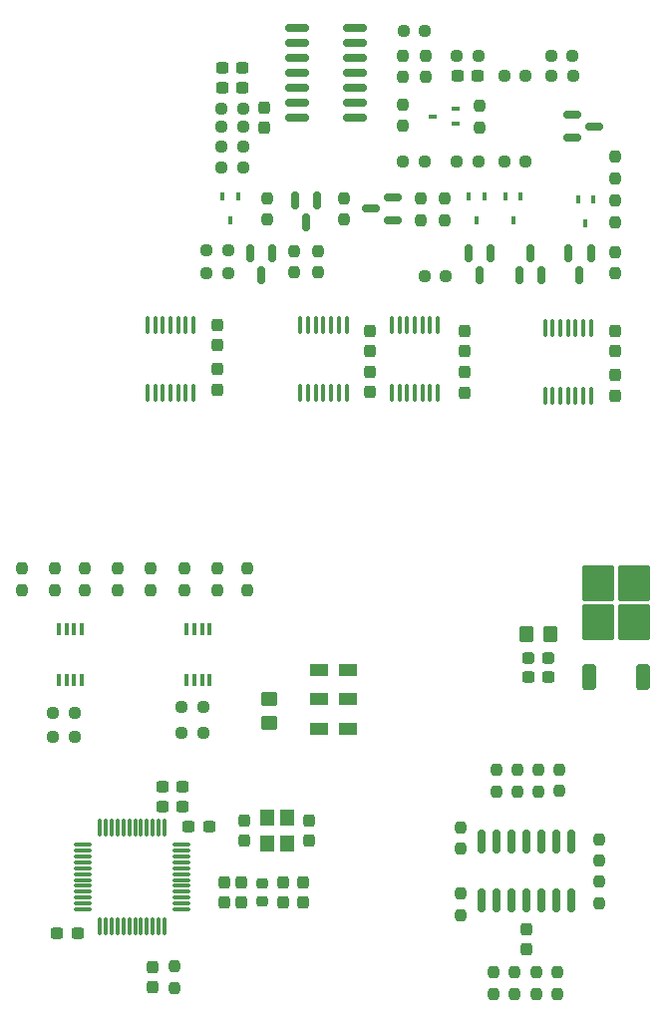
<source format=gbr>
%TF.GenerationSoftware,KiCad,Pcbnew,7.0.9*%
%TF.CreationDate,2024-11-09T18:37:16+13:00*%
%TF.ProjectId,ADSR Envelope,41445352-2045-46e7-9665-6c6f70652e6b,rev?*%
%TF.SameCoordinates,Original*%
%TF.FileFunction,Paste,Bot*%
%TF.FilePolarity,Positive*%
%FSLAX46Y46*%
G04 Gerber Fmt 4.6, Leading zero omitted, Abs format (unit mm)*
G04 Created by KiCad (PCBNEW 7.0.9) date 2024-11-09 18:37:16*
%MOMM*%
%LPD*%
G01*
G04 APERTURE LIST*
G04 Aperture macros list*
%AMRoundRect*
0 Rectangle with rounded corners*
0 $1 Rounding radius*
0 $2 $3 $4 $5 $6 $7 $8 $9 X,Y pos of 4 corners*
0 Add a 4 corners polygon primitive as box body*
4,1,4,$2,$3,$4,$5,$6,$7,$8,$9,$2,$3,0*
0 Add four circle primitives for the rounded corners*
1,1,$1+$1,$2,$3*
1,1,$1+$1,$4,$5*
1,1,$1+$1,$6,$7*
1,1,$1+$1,$8,$9*
0 Add four rect primitives between the rounded corners*
20,1,$1+$1,$2,$3,$4,$5,0*
20,1,$1+$1,$4,$5,$6,$7,0*
20,1,$1+$1,$6,$7,$8,$9,0*
20,1,$1+$1,$8,$9,$2,$3,0*%
G04 Aperture macros list end*
%ADD10RoundRect,0.237500X0.237500X-0.250000X0.237500X0.250000X-0.237500X0.250000X-0.237500X-0.250000X0*%
%ADD11RoundRect,0.237500X0.250000X0.237500X-0.250000X0.237500X-0.250000X-0.237500X0.250000X-0.237500X0*%
%ADD12R,0.450000X0.700000*%
%ADD13RoundRect,0.237500X-0.237500X0.300000X-0.237500X-0.300000X0.237500X-0.300000X0.237500X0.300000X0*%
%ADD14R,1.600000X1.000000*%
%ADD15RoundRect,0.237500X0.237500X-0.300000X0.237500X0.300000X-0.237500X0.300000X-0.237500X-0.300000X0*%
%ADD16RoundRect,0.237500X-0.250000X-0.237500X0.250000X-0.237500X0.250000X0.237500X-0.250000X0.237500X0*%
%ADD17RoundRect,0.150000X0.587500X0.150000X-0.587500X0.150000X-0.587500X-0.150000X0.587500X-0.150000X0*%
%ADD18RoundRect,0.150000X0.150000X-0.587500X0.150000X0.587500X-0.150000X0.587500X-0.150000X-0.587500X0*%
%ADD19RoundRect,0.237500X-0.237500X0.250000X-0.237500X-0.250000X0.237500X-0.250000X0.237500X0.250000X0*%
%ADD20RoundRect,0.250000X0.350000X0.450000X-0.350000X0.450000X-0.350000X-0.450000X0.350000X-0.450000X0*%
%ADD21R,0.700000X0.450000*%
%ADD22RoundRect,0.100000X0.100000X-0.637500X0.100000X0.637500X-0.100000X0.637500X-0.100000X-0.637500X0*%
%ADD23R,0.400000X1.100000*%
%ADD24RoundRect,0.250000X-0.450000X0.350000X-0.450000X-0.350000X0.450000X-0.350000X0.450000X0.350000X0*%
%ADD25RoundRect,0.237500X-0.287500X-0.237500X0.287500X-0.237500X0.287500X0.237500X-0.287500X0.237500X0*%
%ADD26RoundRect,0.237500X-0.300000X-0.237500X0.300000X-0.237500X0.300000X0.237500X-0.300000X0.237500X0*%
%ADD27RoundRect,0.075000X0.662500X0.075000X-0.662500X0.075000X-0.662500X-0.075000X0.662500X-0.075000X0*%
%ADD28RoundRect,0.075000X0.075000X0.662500X-0.075000X0.662500X-0.075000X-0.662500X0.075000X-0.662500X0*%
%ADD29R,1.200000X1.400000*%
%ADD30RoundRect,0.150000X-0.150000X0.587500X-0.150000X-0.587500X0.150000X-0.587500X0.150000X0.587500X0*%
%ADD31RoundRect,0.218750X0.256250X-0.218750X0.256250X0.218750X-0.256250X0.218750X-0.256250X-0.218750X0*%
%ADD32RoundRect,0.237500X0.300000X0.237500X-0.300000X0.237500X-0.300000X-0.237500X0.300000X-0.237500X0*%
%ADD33RoundRect,0.150000X-0.587500X-0.150000X0.587500X-0.150000X0.587500X0.150000X-0.587500X0.150000X0*%
%ADD34RoundRect,0.150000X0.825000X0.150000X-0.825000X0.150000X-0.825000X-0.150000X0.825000X-0.150000X0*%
%ADD35RoundRect,0.250000X0.350000X-0.850000X0.350000X0.850000X-0.350000X0.850000X-0.350000X-0.850000X0*%
%ADD36RoundRect,0.250000X1.125000X-1.275000X1.125000X1.275000X-1.125000X1.275000X-1.125000X-1.275000X0*%
%ADD37RoundRect,0.150000X-0.150000X0.825000X-0.150000X-0.825000X0.150000X-0.825000X0.150000X0.825000X0*%
%ADD38RoundRect,0.237500X0.237500X-0.287500X0.237500X0.287500X-0.237500X0.287500X-0.237500X-0.287500X0*%
G04 APERTURE END LIST*
D10*
%TO.C,R34*%
X153700000Y-115225000D03*
X153700000Y-113400000D03*
%TD*%
D11*
%TO.C,R14*%
X129162500Y-69250000D03*
X127337500Y-69250000D03*
%TD*%
D12*
%TO.C,D2*%
X128700000Y-64750000D03*
X130000000Y-64750000D03*
X129350000Y-66750000D03*
%TD*%
D10*
%TO.C,R49*%
X111600000Y-98112500D03*
X111600000Y-96287500D03*
%TD*%
D12*
%TO.C,D4*%
X152700000Y-64750000D03*
X154000000Y-64750000D03*
X153350000Y-66750000D03*
%TD*%
D13*
%TO.C,C22*%
X128250000Y-79387500D03*
X128250000Y-81112500D03*
%TD*%
D14*
%TO.C,SW2*%
X136900000Y-104900000D03*
X136900000Y-107400000D03*
X136900000Y-109900000D03*
X139300000Y-104900000D03*
X139300000Y-107400000D03*
X139300000Y-109900000D03*
%TD*%
D10*
%TO.C,R48*%
X114400000Y-98112500D03*
X114400000Y-96287500D03*
%TD*%
D15*
%TO.C,C14*%
X135550000Y-124662500D03*
X135550000Y-122937500D03*
%TD*%
D16*
%TO.C,R45*%
X114287500Y-108600000D03*
X116112500Y-108600000D03*
%TD*%
D11*
%TO.C,R28*%
X130412500Y-62250000D03*
X128587500Y-62250000D03*
%TD*%
D10*
%TO.C,R6*%
X150500000Y-58832500D03*
X150500000Y-57007500D03*
%TD*%
D17*
%TO.C,Q4*%
X143125000Y-64800000D03*
X143125000Y-66700000D03*
X141250000Y-65750000D03*
%TD*%
D10*
%TO.C,R54*%
X125400000Y-98112500D03*
X125400000Y-96287500D03*
%TD*%
D13*
%TO.C,C12*%
X162000000Y-79887500D03*
X162000000Y-81612500D03*
%TD*%
D18*
%TO.C,Q7*%
X155750000Y-71437500D03*
X153850000Y-71437500D03*
X154800000Y-69562500D03*
%TD*%
D19*
%TO.C,R33*%
X160700000Y-119287500D03*
X160700000Y-121112500D03*
%TD*%
D15*
%TO.C,C9*%
X130300000Y-124662500D03*
X130300000Y-122937500D03*
%TD*%
D19*
%TO.C,R21*%
X136750000Y-69337500D03*
X136750000Y-71162500D03*
%TD*%
D15*
%TO.C,C23*%
X128250000Y-77362500D03*
X128250000Y-75637500D03*
%TD*%
D11*
%TO.C,R25*%
X130412500Y-58750000D03*
X128587500Y-58750000D03*
%TD*%
D10*
%TO.C,R43*%
X124600000Y-131912500D03*
X124600000Y-130087500D03*
%TD*%
D19*
%TO.C,R19*%
X134750000Y-69337500D03*
X134750000Y-71162500D03*
%TD*%
D11*
%TO.C,R8*%
X154412500Y-54500000D03*
X152587500Y-54500000D03*
%TD*%
D13*
%TO.C,C15*%
X136050000Y-117687500D03*
X136050000Y-119412500D03*
%TD*%
D15*
%TO.C,C16*%
X130550000Y-119412500D03*
X130550000Y-117687500D03*
%TD*%
%TO.C,C10*%
X128800000Y-124662500D03*
X128800000Y-122937500D03*
%TD*%
D10*
%TO.C,R51*%
X117000000Y-98112500D03*
X117000000Y-96287500D03*
%TD*%
D20*
%TO.C,R29*%
X156500000Y-101900000D03*
X154500000Y-101900000D03*
%TD*%
D19*
%TO.C,R20*%
X139000000Y-64837500D03*
X139000000Y-66662500D03*
%TD*%
D21*
%TO.C,D1*%
X148500000Y-57270000D03*
X148500000Y-58570000D03*
X146500000Y-57920000D03*
%TD*%
D22*
%TO.C,U12*%
X139200000Y-81362500D03*
X138550000Y-81362500D03*
X137900000Y-81362500D03*
X137250000Y-81362500D03*
X136600000Y-81362500D03*
X135950000Y-81362500D03*
X135300000Y-81362500D03*
X135300000Y-75637500D03*
X135950000Y-75637500D03*
X136600000Y-75637500D03*
X137250000Y-75637500D03*
X137900000Y-75637500D03*
X138550000Y-75637500D03*
X139200000Y-75637500D03*
%TD*%
D23*
%TO.C,U9*%
X116725000Y-105750000D03*
X116075000Y-105750000D03*
X115425000Y-105750000D03*
X114775000Y-105750000D03*
X114775000Y-101450000D03*
X115425000Y-101450000D03*
X116075000Y-101450000D03*
X116725000Y-101450000D03*
%TD*%
D10*
%TO.C,R50*%
X119800000Y-98112500D03*
X119800000Y-96287500D03*
%TD*%
D11*
%TO.C,R47*%
X127012500Y-108100000D03*
X125187500Y-108100000D03*
%TD*%
D10*
%TO.C,R23*%
X162000000Y-66912500D03*
X162000000Y-65087500D03*
%TD*%
D23*
%TO.C,U10*%
X127575000Y-105750000D03*
X126925000Y-105750000D03*
X126275000Y-105750000D03*
X125625000Y-105750000D03*
X125625000Y-101450000D03*
X126275000Y-101450000D03*
X126925000Y-101450000D03*
X127575000Y-101450000D03*
%TD*%
D15*
%TO.C,C17*%
X154500000Y-128662500D03*
X154500000Y-126937500D03*
%TD*%
D24*
%TO.C,R30*%
X132600000Y-107400000D03*
X132600000Y-109400000D03*
%TD*%
D10*
%TO.C,R39*%
X148900000Y-125712500D03*
X148900000Y-123887500D03*
%TD*%
D15*
%TO.C,C25*%
X141200000Y-77862500D03*
X141200000Y-76137500D03*
%TD*%
D25*
%TO.C,D6*%
X154625000Y-103900000D03*
X156375000Y-103900000D03*
%TD*%
D10*
%TO.C,R32*%
X157300000Y-115200000D03*
X157300000Y-113375000D03*
%TD*%
D19*
%TO.C,R38*%
X151700000Y-130600000D03*
X151700000Y-132425000D03*
%TD*%
D26*
%TO.C,C2*%
X128637500Y-55500000D03*
X130362500Y-55500000D03*
%TD*%
D11*
%TO.C,R12*%
X150412500Y-61750000D03*
X148587500Y-61750000D03*
%TD*%
D27*
%TO.C,U2*%
X125162500Y-119750000D03*
X125162500Y-120250000D03*
X125162500Y-120750000D03*
X125162500Y-121250000D03*
X125162500Y-121750000D03*
X125162500Y-122250000D03*
X125162500Y-122750000D03*
X125162500Y-123250000D03*
X125162500Y-123750000D03*
X125162500Y-124250000D03*
X125162500Y-124750000D03*
X125162500Y-125250000D03*
D28*
X123750000Y-126662500D03*
X123250000Y-126662500D03*
X122750000Y-126662500D03*
X122250000Y-126662500D03*
X121750000Y-126662500D03*
X121250000Y-126662500D03*
X120750000Y-126662500D03*
X120250000Y-126662500D03*
X119750000Y-126662500D03*
X119250000Y-126662500D03*
X118750000Y-126662500D03*
X118250000Y-126662500D03*
D27*
X116837500Y-125250000D03*
X116837500Y-124750000D03*
X116837500Y-124250000D03*
X116837500Y-123750000D03*
X116837500Y-123250000D03*
X116837500Y-122750000D03*
X116837500Y-122250000D03*
X116837500Y-121750000D03*
X116837500Y-121250000D03*
X116837500Y-120750000D03*
X116837500Y-120250000D03*
X116837500Y-119750000D03*
D28*
X118250000Y-118337500D03*
X118750000Y-118337500D03*
X119250000Y-118337500D03*
X119750000Y-118337500D03*
X120250000Y-118337500D03*
X120750000Y-118337500D03*
X121250000Y-118337500D03*
X121750000Y-118337500D03*
X122250000Y-118337500D03*
X122750000Y-118337500D03*
X123250000Y-118337500D03*
X123750000Y-118337500D03*
%TD*%
D15*
%TO.C,C3*%
X132250000Y-58862500D03*
X132250000Y-57137500D03*
%TD*%
D19*
%TO.C,R40*%
X155300000Y-130600000D03*
X155300000Y-132425000D03*
%TD*%
D13*
%TO.C,C24*%
X141200000Y-79611310D03*
X141200000Y-81336310D03*
%TD*%
D19*
%TO.C,R36*%
X148900000Y-118287500D03*
X148900000Y-120112500D03*
%TD*%
D10*
%TO.C,R52*%
X130800000Y-98112500D03*
X130800000Y-96287500D03*
%TD*%
D19*
%TO.C,R2*%
X143950000Y-52757500D03*
X143950000Y-54582500D03*
%TD*%
D11*
%TO.C,R46*%
X127012500Y-110300000D03*
X125187500Y-110300000D03*
%TD*%
D29*
%TO.C,Y1*%
X134150000Y-117450000D03*
X134150000Y-119650000D03*
X132450000Y-119650000D03*
X132450000Y-117450000D03*
%TD*%
D10*
%TO.C,R55*%
X122600000Y-98112500D03*
X122600000Y-96287500D03*
%TD*%
D22*
%TO.C,U5*%
X126200000Y-81362500D03*
X125550000Y-81362500D03*
X124900000Y-81362500D03*
X124250000Y-81362500D03*
X123600000Y-81362500D03*
X122950000Y-81362500D03*
X122300000Y-81362500D03*
X122300000Y-75637500D03*
X122950000Y-75637500D03*
X123600000Y-75637500D03*
X124250000Y-75637500D03*
X124900000Y-75637500D03*
X125550000Y-75637500D03*
X126200000Y-75637500D03*
%TD*%
D30*
%TO.C,Q1*%
X158050000Y-69562500D03*
X159950000Y-69562500D03*
X159000000Y-71437500D03*
%TD*%
D16*
%TO.C,R22*%
X145837500Y-71500000D03*
X147662500Y-71500000D03*
%TD*%
D31*
%TO.C,FB1*%
X132050000Y-124587500D03*
X132050000Y-123012500D03*
%TD*%
D32*
%TO.C,C7*%
X125262500Y-116500000D03*
X123537500Y-116500000D03*
%TD*%
D10*
%TO.C,R9*%
X143975000Y-58725000D03*
X143975000Y-56900000D03*
%TD*%
D19*
%TO.C,R17*%
X145500000Y-64875000D03*
X145500000Y-66700000D03*
%TD*%
D26*
%TO.C,C6*%
X125800000Y-118200000D03*
X127525000Y-118200000D03*
%TD*%
D10*
%TO.C,R42*%
X160700000Y-124712500D03*
X160700000Y-122887500D03*
%TD*%
D16*
%TO.C,R44*%
X114287500Y-110600000D03*
X116112500Y-110600000D03*
%TD*%
D12*
%TO.C,D5*%
X158850000Y-65000000D03*
X160150000Y-65000000D03*
X159500000Y-67000000D03*
%TD*%
D26*
%TO.C,C4*%
X128637500Y-53750000D03*
X130362500Y-53750000D03*
%TD*%
D32*
%TO.C,C8*%
X116362500Y-127300000D03*
X114637500Y-127300000D03*
%TD*%
%TO.C,C13*%
X156362500Y-105500000D03*
X154637500Y-105500000D03*
%TD*%
D33*
%TO.C,Q2*%
X158375000Y-59700000D03*
X158375000Y-57800000D03*
X160250000Y-58750000D03*
%TD*%
D12*
%TO.C,D3*%
X149600000Y-64750000D03*
X150900000Y-64750000D03*
X150250000Y-66750000D03*
%TD*%
D34*
%TO.C,U1*%
X139950000Y-50400000D03*
X139950000Y-51670000D03*
X139950000Y-52940000D03*
X139950000Y-54210000D03*
X139950000Y-55480000D03*
X139950000Y-56750000D03*
X139950000Y-58020000D03*
X135000000Y-58020000D03*
X135000000Y-56750000D03*
X135000000Y-55480000D03*
X135000000Y-54210000D03*
X135000000Y-52940000D03*
X135000000Y-51670000D03*
X135000000Y-50400000D03*
%TD*%
D11*
%TO.C,R26*%
X130412500Y-57250000D03*
X128587500Y-57250000D03*
%TD*%
D22*
%TO.C,U13*%
X146950000Y-81362500D03*
X146300000Y-81362500D03*
X145650000Y-81362500D03*
X145000000Y-81362500D03*
X144350000Y-81362500D03*
X143700000Y-81362500D03*
X143050000Y-81362500D03*
X143050000Y-75637500D03*
X143700000Y-75637500D03*
X144350000Y-75637500D03*
X145000000Y-75637500D03*
X145650000Y-75637500D03*
X146300000Y-75637500D03*
X146950000Y-75637500D03*
%TD*%
D19*
%TO.C,R24*%
X162000000Y-61337500D03*
X162000000Y-63162500D03*
%TD*%
%TO.C,R41*%
X157100000Y-130600000D03*
X157100000Y-132425000D03*
%TD*%
D11*
%TO.C,R13*%
X145812500Y-61750000D03*
X143987500Y-61750000D03*
%TD*%
%TO.C,R27*%
X130412500Y-60500000D03*
X128587500Y-60500000D03*
%TD*%
D30*
%TO.C,Q3*%
X131000000Y-69500000D03*
X132900000Y-69500000D03*
X131950000Y-71375000D03*
%TD*%
D10*
%TO.C,R31*%
X155500000Y-115225000D03*
X155500000Y-113400000D03*
%TD*%
D11*
%TO.C,R11*%
X154412500Y-61750000D03*
X152587500Y-61750000D03*
%TD*%
D30*
%TO.C,Q6*%
X149550000Y-69562500D03*
X151450000Y-69562500D03*
X150500000Y-71437500D03*
%TD*%
D22*
%TO.C,U3*%
X159950000Y-81612500D03*
X159300000Y-81612500D03*
X158650000Y-81612500D03*
X158000000Y-81612500D03*
X157350000Y-81612500D03*
X156700000Y-81612500D03*
X156050000Y-81612500D03*
X156050000Y-75887500D03*
X156700000Y-75887500D03*
X157350000Y-75887500D03*
X158000000Y-75887500D03*
X158650000Y-75887500D03*
X159300000Y-75887500D03*
X159950000Y-75887500D03*
%TD*%
D16*
%TO.C,R1*%
X144037500Y-50670000D03*
X145862500Y-50670000D03*
%TD*%
D15*
%TO.C,C21*%
X162000000Y-77862500D03*
X162000000Y-76137500D03*
%TD*%
D35*
%TO.C,U11*%
X164380000Y-105500000D03*
D36*
X160575000Y-100875000D03*
X163625000Y-100875000D03*
X160575000Y-97525000D03*
X163625000Y-97525000D03*
D35*
X159820000Y-105500000D03*
%TD*%
D15*
%TO.C,C27*%
X149200000Y-77862500D03*
X149200000Y-76137500D03*
%TD*%
D37*
%TO.C,U4*%
X150690000Y-119525000D03*
X151960000Y-119525000D03*
X153230000Y-119525000D03*
X154500000Y-119525000D03*
X155770000Y-119525000D03*
X157040000Y-119525000D03*
X158310000Y-119525000D03*
X158310000Y-124475000D03*
X157040000Y-124475000D03*
X155770000Y-124475000D03*
X154500000Y-124475000D03*
X153230000Y-124475000D03*
X151960000Y-124475000D03*
X150690000Y-124475000D03*
%TD*%
D10*
%TO.C,R35*%
X151900000Y-115225000D03*
X151900000Y-113400000D03*
%TD*%
D30*
%TO.C,Q5*%
X134800000Y-65062500D03*
X136700000Y-65062500D03*
X135750000Y-66937500D03*
%TD*%
D32*
%TO.C,C5*%
X125275000Y-114800000D03*
X123550000Y-114800000D03*
%TD*%
D16*
%TO.C,R5*%
X148587500Y-52750000D03*
X150412500Y-52750000D03*
%TD*%
D10*
%TO.C,R53*%
X128200000Y-98112500D03*
X128200000Y-96287500D03*
%TD*%
D19*
%TO.C,R7*%
X162000000Y-69425000D03*
X162000000Y-71250000D03*
%TD*%
D13*
%TO.C,C11*%
X133800000Y-122937500D03*
X133800000Y-124662500D03*
%TD*%
D19*
%TO.C,R37*%
X153500000Y-130587500D03*
X153500000Y-132412500D03*
%TD*%
%TO.C,R15*%
X147500000Y-64887500D03*
X147500000Y-66712500D03*
%TD*%
%TO.C,R18*%
X132500000Y-64837500D03*
X132500000Y-66662500D03*
%TD*%
D13*
%TO.C,C26*%
X149200000Y-79637500D03*
X149200000Y-81362500D03*
%TD*%
D16*
%TO.C,R10*%
X156600000Y-54500000D03*
X158425000Y-54500000D03*
%TD*%
%TO.C,R4*%
X156587500Y-52750000D03*
X158412500Y-52750000D03*
%TD*%
D10*
%TO.C,R3*%
X145950000Y-54582500D03*
X145950000Y-52757500D03*
%TD*%
D11*
%TO.C,R16*%
X129162500Y-71250000D03*
X127337500Y-71250000D03*
%TD*%
D38*
%TO.C,D7*%
X122700000Y-131875000D03*
X122700000Y-130125000D03*
%TD*%
D26*
%TO.C,C1*%
X148637500Y-54500000D03*
X150362500Y-54500000D03*
%TD*%
M02*

</source>
